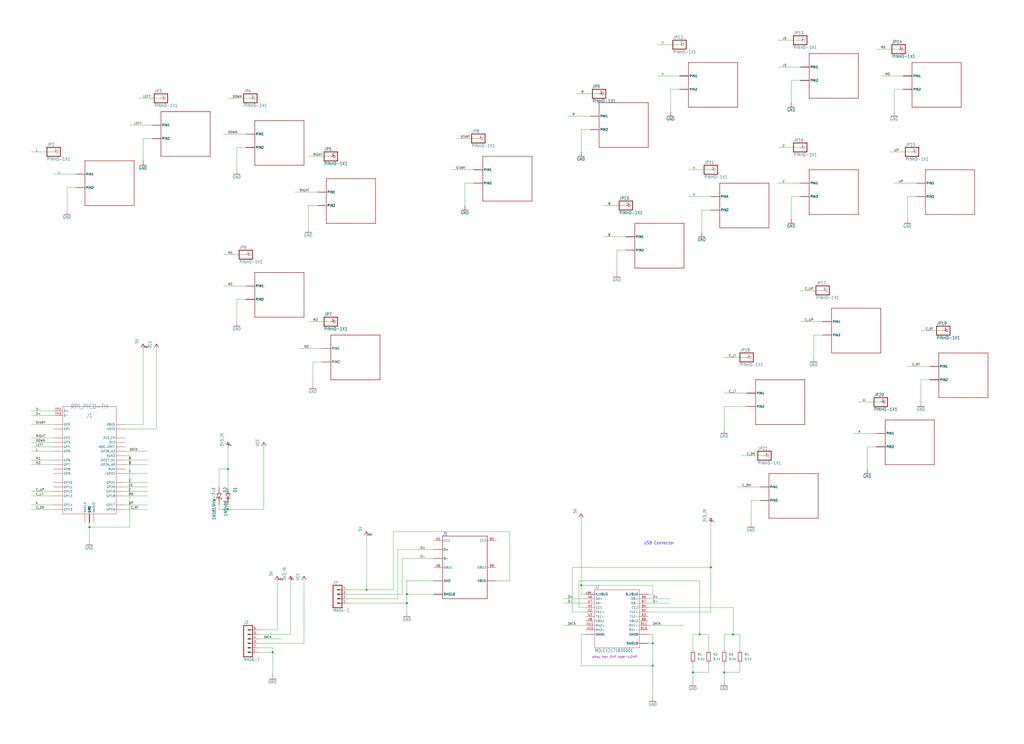
<source format=kicad_sch>
(kicad_sch (version 20211123) (generator eeschema)
  (paper "User" 581.787 422.885)
  (lib_symbols
    (symbol "Device:R" (pin_numbers hide) (pin_names (offset 0))
      (property "Reference" "R" (at 2.032 0 90))
      (property "Value" "R" (at 0 0 90))
      (symbol "R_1_1"
        (pin passive line (at 0 3.81 270) (length 1.27) (name "~") (number "1"))
        (pin passive line (at 0 -3.81 90) (length 1.27) (name "~") (number "2"))
      )
    )
    (symbol "OF1 v1-eagle-import:+5V" (power)
      (property "Value" "+5V" (at -2.54 -5.08 90))
      (symbol "+5V_1_0"
        (pin power_in line (at 0 -2.54 90) (length 2.54) (name "+5V") (number "1"))
      )
    )
    (symbol "OF1 v1-eagle-import:1N5400"
      (property "Reference" "D" (at 2.54 0.4826 0))
      (property "Value" "1N5400" (at 2.54 -2.3114 0))
      (symbol "1N5400_1_0"
        (text "SpiceOrder 1" (at -2.54 0 0) (effects (font (size 0.4064 0.3454))))
        (text "SpiceOrder 2" (at 2.54 0 0) (effects (font (size 0.4064 0.3454))))
        (pin passive line (at -2.54 0 0) (length 0) (name "A") (number "A"))
        (pin passive line (at 2.54 0 180) (length 0) (name "C") (number "C"))
      )
    )
    (symbol "OF1 v1-eagle-import:1N5819HW-7-F"
      (property "Reference" "D" (at -5.08 2.54 0))
      (property "Value" "1N5819HW-7-F" (at -5.08 -3.81 0))
      (symbol "1N5819HW-7-F_1_0"
        (pin passive line (at -5.08 0 0) (length 2.54) (name "A") (number "A"))
        (pin passive line (at 5.08 0 180) (length 2.54) (name "K") (number "C"))
      )
    )
    (symbol "OF1 v1-eagle-import:GND" (power)
      (property "Value" "GND" (at -2.54 -2.54 0))
      (symbol "GND_1_0"
        (pin power_in line (at 0 2.54 270) (length 2.54) (name "GND") (number "1"))
      )
    )
    (symbol "OF1 v1-eagle-import:GT-USB-7010ASV"
      (symbol "GT-USB-7010ASV_1_0"
        (pin bidirectional line (at -10.16 -12.7 0) (length 5.08) (name "GND") (number "A1/B12"))
        (pin bidirectional line (at 25.4 -12.7 180) (length 5.08) (name "VBUS") (number "A4/B9"))
        (pin bidirectional line (at -10.16 10.16 0) (length 5.08) (name "CC1") (number "A5"))
        (pin bidirectional line (at -10.16 5.08 0) (length 5.08) (name "D+") (number "A6"))
        (pin bidirectional line (at -10.16 0 0) (length 5.08) (name "D-") (number "A7"))
        (pin bidirectional line (at -10.16 -5.08 0) (length 5.08) (name "SBU1") (number "A8"))
        (pin bidirectional line (at -10.16 -12.7 0) (length 5.08) (name "GND") (number "B1/A12"))
        (pin bidirectional line (at 25.4 -12.7 180) (length 5.08) (name "VBUS") (number "B4/A9"))
        (pin bidirectional line (at 25.4 10.16 180) (length 5.08) (name "CC2") (number "B5"))
        (pin bidirectional line (at -10.16 5.08 0) (length 5.08) (name "D+") (number "B6"))
        (pin bidirectional line (at -10.16 0 0) (length 5.08) (name "D-") (number "B7"))
        (pin bidirectional line (at 25.4 -5.08 180) (length 5.08) (name "SBU2") (number "B8"))
        (pin bidirectional line (at -10.16 -20.32 0) (length 5.08) (name "SHIELD") (number "SHIELD1"))
        (pin bidirectional line (at -10.16 -20.32 0) (length 5.08) (name "SHIELD") (number "SHIELD2"))
        (pin bidirectional line (at -10.16 -20.32 0) (length 5.08) (name "SHIELD") (number "SHIELD3"))
        (pin bidirectional line (at -10.16 -20.32 0) (length 5.08) (name "SHIELD") (number "SHIELD4"))
      )
    )
    (symbol "OF1 v1-eagle-import:MA04-1"
      (property "Reference" "SV" (at -1.27 5.842 0))
      (property "Value" "MA04-1" (at -1.27 -10.16 0))
      (symbol "MA04-1_1_0"
        (pin passive line (at 7.62 -5.08 180) (length 5.08) (name "1") (number "1"))
        (pin passive line (at 7.62 -2.54 180) (length 5.08) (name "2") (number "2"))
        (pin passive line (at 7.62 0 180) (length 5.08) (name "3") (number "3"))
        (pin passive line (at 7.62 2.54 180) (length 5.08) (name "4") (number "4"))
      )
    )
    (symbol "OF1 v1-eagle-import:MA06-1"
      (property "Reference" "SV" (at -1.27 8.382 0))
      (property "Value" "MA06-1" (at -1.27 -12.7 0))
      (symbol "MA06-1_1_0"
        (pin passive line (at 7.62 -7.62 180) (length 5.08) (name "1") (number "1"))
        (pin passive line (at 7.62 -5.08 180) (length 5.08) (name "2") (number "2"))
        (pin passive line (at 7.62 -2.54 180) (length 5.08) (name "3") (number "3"))
        (pin passive line (at 7.62 0 180) (length 5.08) (name "4") (number "4"))
        (pin passive line (at 7.62 2.54 180) (length 5.08) (name "5") (number "5"))
        (pin passive line (at 7.62 5.08 180) (length 5.08) (name "6") (number "6"))
      )
    )
    (symbol "OF1 v1-eagle-import:MOLEX2171830001"
      (property "Value" "MOLEX2171830001" (at -12.7103 -20.3344 0))
      (symbol "MOLEX2171830001_1_0"
        (pin passive line (at -17.78 -10.16 0) (length 5.08) (name "GNDA") (number "A1"))
        (pin passive line (at -17.78 -7.62 0) (length 5.08) (name "RX2-") (number "A10"))
        (pin passive line (at -17.78 -5.08 0) (length 5.08) (name "RX2+") (number "A11"))
        (pin passive line (at -17.78 -10.16 0) (length 5.08) (name "GNDA") (number "A12"))
        (pin passive line (at -17.78 2.54 0) (length 5.08) (name "TX1+") (number "A2"))
        (pin passive line (at -17.78 0 0) (length 5.08) (name "TX1-") (number "A3"))
        (pin passive line (at -17.78 12.7 0) (length 5.08) (name "A_VBUS") (number "A4"))
        (pin passive line (at -17.78 5.08 0) (length 5.08) (name "CC1") (number "A5"))
        (pin passive line (at -17.78 10.16 0) (length 5.08) (name "DA+") (number "A6"))
        (pin passive line (at -17.78 7.62 0) (length 5.08) (name "DA-") (number "A7"))
        (pin passive line (at -17.78 -2.54 0) (length 5.08) (name "SBU1") (number "A8"))
        (pin passive line (at -17.78 12.7 0) (length 5.08) (name "A_VBUS") (number "A9"))
        (pin passive line (at 17.78 -10.16 180) (length 5.08) (name "GNDB") (number "B1"))
        (pin passive line (at 17.78 -7.62 180) (length 5.08) (name "RX1-") (number "B10"))
        (pin passive line (at 17.78 -5.08 180) (length 5.08) (name "RX1+") (number "B11"))
        (pin passive line (at 17.78 -10.16 180) (length 5.08) (name "GNDB") (number "B12"))
        (pin passive line (at 17.78 2.54 180) (length 5.08) (name "TX2+") (number "B2"))
        (pin passive line (at 17.78 0 180) (length 5.08) (name "TX2-") (number "B3"))
        (pin passive line (at 17.78 12.7 180) (length 5.08) (name "B_VBUS") (number "B4"))
        (pin passive line (at 17.78 5.08 180) (length 5.08) (name "CC2") (number "B5"))
        (pin passive line (at 17.78 10.16 180) (length 5.08) (name "DB+") (number "B6"))
        (pin passive line (at 17.78 7.62 180) (length 5.08) (name "DB-") (number "B7"))
        (pin passive line (at 17.78 -2.54 180) (length 5.08) (name "SBU2") (number "B8"))
        (pin passive line (at 17.78 12.7 180) (length 5.08) (name "B_VBUS") (number "B9"))
        (pin passive line (at 17.78 -15.24 180) (length 5.08) (name "SHIELD") (number "SHIELD1"))
        (pin passive line (at 17.78 -15.24 180) (length 5.08) (name "SHIELD") (number "SHIELD2"))
        (pin passive line (at 17.78 -15.24 180) (length 5.08) (name "SHIELD") (number "SHIELD3"))
        (pin passive line (at 17.78 -15.24 180) (length 5.08) (name "SHIELD") (number "SHIELD4"))
      )
    )
    (symbol "OF1 v1-eagle-import:MX-B"
      (symbol "MX-B_1_0"
        (pin bidirectional line (at -83.82 7.62 0) (length 5.08) (name "PIN2") (number "P$1"))
        (pin bidirectional line (at -83.82 15.24 0) (length 5.08) (name "PIN1") (number "P$2"))
        (pin bidirectional line (at -83.82 15.24 0) (length 5.08) (name "PIN1") (number "P$3"))
        (pin bidirectional line (at -83.82 7.62 0) (length 5.08) (name "PIN2") (number "P$4"))
      )
    )
    (symbol "OF1 v1-eagle-import:PINHD-1X1"
      (property "Reference" "JP" (at -6.35 3.175 0))
      (property "Value" "PINHD-1X1" (at -6.35 -5.08 0))
      (symbol "PINHD-1X1_1_0"
        (pin passive inverted (at -2.54 0 0) (length 2.54) (name "1") (number "1"))
      )
    )
    (symbol "OF1 v1-eagle-import:RPI_PICO-TH"
      (property "Value" "RPI_PICO-TH" (at 0 43.18 0))
      (symbol "RPI_PICO-TH_1_0"
        (pin bidirectional line (at 20.32 15.24 180) (length 5.08) (name "3V3") (number "3V3"))
        (pin bidirectional line (at 20.32 17.78 180) (length 5.08) (name "3V3_EN") (number "3V3_EN"))
        (pin bidirectional line (at 20.32 12.7 180) (length 5.08) (name "ADC_VREF") (number "ADC_VREF"))
        (pin bidirectional line (at 20.32 7.62 180) (length 5.08) (name "AGND") (number "AGND"))
        (pin bidirectional line (at 0 -30.48 90) (length 5.08) (name "GND") (number "GND@1"))
        (pin bidirectional line (at 0 -30.48 90) (length 5.08) (name "GND") (number "GND@2"))
        (pin bidirectional line (at 0 -30.48 90) (length 5.08) (name "GND") (number "GND@3"))
        (pin bidirectional line (at 0 -30.48 90) (length 5.08) (name "GND") (number "GND@4"))
        (pin bidirectional line (at 0 -30.48 90) (length 5.08) (name "GND") (number "GND@5"))
        (pin bidirectional line (at 0 -30.48 90) (length 5.08) (name "GND") (number "GND@6"))
        (pin bidirectional line (at 0 -30.48 90) (length 5.08) (name "GND") (number "GND@7"))
        (pin bidirectional line (at 0 -30.48 90) (length 5.08) (name "GND") (number "GND@8"))
        (pin bidirectional line (at -20.32 25.4 0) (length 5.08) (name "GP0") (number "GP0"))
        (pin bidirectional line (at -20.32 22.86 0) (length 5.08) (name "GP1") (number "GP1"))
        (pin bidirectional line (at -20.32 -7.62 0) (length 5.08) (name "GP10") (number "GP10"))
        (pin bidirectional line (at -20.32 -10.16 0) (length 5.08) (name "GP11") (number "GP11"))
        (pin bidirectional line (at -20.32 -12.7 0) (length 5.08) (name "GP12") (number "GP12"))
        (pin bidirectional line (at -20.32 -15.24 0) (length 5.08) (name "GP13") (number "GP13"))
        (pin bidirectional line (at -20.32 -20.32 0) (length 5.08) (name "GP14") (number "GP14"))
        (pin bidirectional line (at -20.32 -22.86 0) (length 5.08) (name "GP15") (number "GP15"))
        (pin bidirectional line (at 20.32 -22.86 180) (length 5.08) (name "GP16") (number "GP16"))
        (pin bidirectional line (at 20.32 -20.32 180) (length 5.08) (name "GP17") (number "GP17"))
        (pin bidirectional line (at 20.32 -15.24 180) (length 5.08) (name "GP18") (number "GP18"))
        (pin bidirectional line (at 20.32 -12.7 180) (length 5.08) (name "GP19") (number "GP19"))
        (pin bidirectional line (at -20.32 17.78 0) (length 5.08) (name "GP2") (number "GP2"))
        (pin bidirectional line (at 20.32 -10.16 180) (length 5.08) (name "GP20") (number "GP20"))
        (pin bidirectional line (at 20.32 -7.62 180) (length 5.08) (name "GP21") (number "GP21"))
        (pin bidirectional line (at 20.32 -2.54 180) (length 5.08) (name "GP22") (number "GP22"))
        (pin bidirectional line (at 20.32 2.54 180) (length 5.08) (name "GP26_A0") (number "GP26_A0"))
        (pin bidirectional line (at 20.32 5.08 180) (length 5.08) (name "GP27_A1") (number "GP27_A1"))
        (pin bidirectional line (at 20.32 10.16 180) (length 5.08) (name "GP28_A2") (number "GP28_A2"))
        (pin bidirectional line (at -20.32 15.24 0) (length 5.08) (name "GP3") (number "GP3"))
        (pin bidirectional line (at -20.32 12.7 0) (length 5.08) (name "GP4") (number "GP4"))
        (pin bidirectional line (at -20.32 10.16 0) (length 5.08) (name "GP5") (number "GP5"))
        (pin bidirectional line (at -20.32 5.08 0) (length 5.08) (name "GP6") (number "GP6"))
        (pin bidirectional line (at -20.32 2.54 0) (length 5.08) (name "GP7") (number "GP7"))
        (pin bidirectional line (at -20.32 0 0) (length 5.08) (name "GP8") (number "GP8"))
        (pin bidirectional line (at -20.32 -2.54 0) (length 5.08) (name "GP9") (number "GP9"))
        (pin bidirectional line (at 20.32 0 180) (length 5.08) (name "RUN") (number "RUN"))
        (pin bidirectional line (at -2.54 -30.48 90) (length 5.08) (name "SWCLK") (number "SWCLK"))
        (pin bidirectional line (at 2.54 -30.48 90) (length 5.08) (name "SWDIO") (number "SWDIO"))
        (pin bidirectional line (at -20.32 33.02 0) (length 5.08) (name "D+") (number "TP2"))
        (pin bidirectional line (at -20.32 30.48 0) (length 5.08) (name "D-") (number "TP3"))
        (pin bidirectional line (at 20.32 25.4 180) (length 5.08) (name "VBUS") (number "VBUS"))
        (pin bidirectional line (at 20.32 22.86 180) (length 5.08) (name "VSYS") (number "VSYS"))
      )
    )
    (symbol "OF1 v1-eagle-import:V+" (power)
      (property "Value" "V+" (at -2.54 -2.54 90))
      (symbol "V+_1_0"
        (pin power_in line (at 0 -2.54 90) (length 2.54) (name "V+") (number "1"))
      )
    )
    (symbol "OF1 v1-eagle-import:VCC" (power)
      (property "Value" "VCC" (at -2.54 -2.54 90))
      (symbol "VCC_1_0"
        (pin power_in line (at 0 -2.54 90) (length 2.54) (name "VCC") (number "1"))
      )
    )
  )
  (junction (at 403.86 322.58))
  (junction (at 231.14 337.82))
  (junction (at 370.84 378.46))
  (junction (at 129.54 266.7))
  (junction (at 129.54 289.56))
  (junction (at 330.2 332.74))
  (junction (at 411.48 382.27))
  (junction (at 397.51 360.68))
  (junction (at 416.56 360.68))
  (junction (at 393.7 382.27))
  (junction (at 50.8 299.72))
  (junction (at 370.84 365.76))
  (junction (at 154.94 370.84))
  (junction (at 208.28 335.28))
  (junction (at 231.14 342.9))
  (wire (pts (xy 370.84 360.68) (xy 370.84 365.76)))
  (wire (pts (xy 454.66 104.14) (xy 441.96 104.14)))
  (wire (pts (xy 513.08 50.8) (xy 508 50.8)))
  (wire (pts (xy 81.28 78.74) (xy 81.28 91.44)))
  (wire (pts (xy 325.12 347.98) (xy 332.74 347.98)))
  (wire (pts (xy 182.88 205.74) (xy 177.8 205.74)))
  (wire (pts (xy 139.7 170.18) (xy 134.62 170.18)))
  (wire (pts (xy 246.38 337.82) (xy 231.14 337.82)))
  (wire (pts (xy 355.6 116.84) (xy 342.9 116.84)))
  (wire (pts (xy 520.7 111.76) (xy 515.62 111.76)))
  (wire (pts (xy 38.1 106.68) (xy 38.1 119.38)))
  (wire (pts (xy 424.18 231.14) (xy 411.48 231.14)))
  (wire (pts (xy 223.52 302.26) (xy 289.56 302.26)))
  (wire (pts (xy 370.84 332.74) (xy 370.84 337.82)))
  (wire (pts (xy 449.58 45.72) (xy 449.58 58.42)))
  (wire (pts (xy 420.37 377.19) (xy 420.37 382.27)))
  (wire (pts (xy 231.14 330.2) (xy 246.38 330.2)))
  (wire (pts (xy 454.66 111.76) (xy 449.58 111.76)))
  (wire (pts (xy 154.94 370.84) (xy 154.94 383.54)))
  (wire (pts (xy 165.1 360.68) (xy 147.32 360.68)))
  (wire (pts (xy 370.84 337.82) (xy 368.3 337.82)))
  (wire (pts (xy 416.56 360.68) (xy 420.37 360.68)))
  (wire (pts (xy 320.04 340.36) (xy 332.74 340.36)))
  (wire (pts (xy 289.56 302.26) (xy 289.56 330.2)))
  (wire (pts (xy 328.93 330.2) (xy 397.51 330.2)))
  (wire (pts (xy 182.88 198.12) (xy 170.18 198.12)))
  (wire (pts (xy 129.54 289.56) (xy 124.46 289.56)))
  (wire (pts (xy 289.56 330.2) (xy 281.94 330.2)))
  (wire (pts (xy 147.32 363.22) (xy 160.02 363.22)))
  (wire (pts (xy 411.48 360.68) (xy 416.56 360.68)))
  (wire (pts (xy 368.3 340.36) (xy 381 340.36)))
  (wire (pts (xy 142.24 55.88) (xy 129.54 55.88)))
  (wire (pts (xy 332.74 345.44) (xy 328.93 345.44)))
  (wire (pts (xy 403.86 119.38) (xy 398.78 119.38)))
  (wire (pts (xy 43.18 99.06) (xy 30.48 99.06)))
  (wire (pts (xy 154.94 368.3) (xy 154.94 370.84)))
  (wire (pts (xy 30.48 281.94) (xy 17.78 281.94)))
  (wire (pts (xy 368.3 342.9) (xy 381 342.9)))
  (wire (pts (xy 492.76 254) (xy 492.76 266.7)))
  (wire (pts (xy 269.24 104.14) (xy 264.16 104.14)))
  (wire (pts (xy 403.86 297.18) (xy 403.86 322.58)))
  (wire (pts (xy 175.26 116.84) (xy 175.26 129.54)))
  (wire (pts (xy 350.52 142.24) (xy 350.52 154.94)))
  (wire (pts (xy 398.78 119.38) (xy 398.78 132.08)))
  (wire (pts (xy 30.48 248.92) (xy 17.78 248.92)))
  (wire (pts (xy 228.6 317.5) (xy 246.38 317.5)))
  (wire (pts (xy 177.8 205.74) (xy 177.8 218.44)))
  (wire (pts (xy 30.48 251.46) (xy 17.78 251.46)))
  (wire (pts (xy 424.18 203.2) (xy 411.48 203.2)))
  (wire (pts (xy 420.37 360.68) (xy 420.37 369.57)))
  (wire (pts (xy 402.59 377.19) (xy 402.59 382.27)))
  (wire (pts (xy 381 50.8) (xy 381 63.5)))
  (wire (pts (xy 454.66 45.72) (xy 449.58 45.72)))
  (wire (pts (xy 226.06 340.36) (xy 198.12 340.36)))
  (wire (pts (xy 467.36 165.1) (xy 454.66 165.1)))
  (wire (pts (xy 83.82 276.86) (xy 71.12 276.86)))
  (wire (pts (xy 397.51 330.2) (xy 397.51 360.68)))
  (wire (pts (xy 497.84 246.38) (xy 485.14 246.38)))
  (wire (pts (xy 403.86 111.76) (xy 391.16 111.76)))
  (wire (pts (xy 355.6 134.62) (xy 342.9 134.62)))
  (wire (pts (xy 81.28 198.12) (xy 81.28 241.3)))
  (wire (pts (xy 124.46 289.56) (xy 124.46 287.02)))
  (wire (pts (xy 180.34 109.22) (xy 167.64 109.22)))
  (wire (pts (xy 320.04 342.9) (xy 332.74 342.9)))
  (wire (pts (xy 73.66 259.08) (xy 73.66 299.72)))
  (wire (pts (xy 134.62 170.18) (xy 134.62 182.88)))
  (wire (pts (xy 50.8 297.18) (xy 50.8 299.72)))
  (wire (pts (xy 208.28 335.28) (xy 223.52 335.28)))
  (wire (pts (xy 165.1 330.2) (xy 165.1 360.68)))
  (wire (pts (xy 426.72 284.48) (xy 426.72 297.18)))
  (wire (pts (xy 88.9 243.84) (xy 71.12 243.84)))
  (wire (pts (xy 325.12 322.58) (xy 325.12 347.98)))
  (wire (pts (xy 50.8 299.72) (xy 50.8 307.34)))
  (wire (pts (xy 124.46 266.7) (xy 124.46 276.86)))
  (wire (pts (xy 449.58 111.76) (xy 449.58 124.46)))
  (wire (pts (xy 431.8 284.48) (xy 426.72 284.48)))
  (wire (pts (xy 30.48 241.3) (xy 17.78 241.3)))
  (wire (pts (xy 86.36 78.74) (xy 81.28 78.74)))
  (wire (pts (xy 402.59 382.27) (xy 393.7 382.27)))
  (wire (pts (xy 355.6 142.24) (xy 350.52 142.24)))
  (wire (pts (xy 147.32 370.84) (xy 154.94 370.84)))
  (wire (pts (xy 226.06 312.42) (xy 246.38 312.42)))
  (wire (pts (xy 515.62 111.76) (xy 515.62 124.46)))
  (wire (pts (xy 518.16 86.36) (xy 505.46 86.36)))
  (wire (pts (xy 411.48 360.68) (xy 411.48 369.57)))
  (wire (pts (xy 332.74 360.68) (xy 330.2 360.68)))
  (wire (pts (xy 271.78 78.74) (xy 259.08 78.74)))
  (wire (pts (xy 172.72 330.2) (xy 172.72 365.76)))
  (wire (pts (xy 83.82 279.4) (xy 71.12 279.4)))
  (wire (pts (xy 30.48 287.02) (xy 17.78 287.02)))
  (wire (pts (xy 228.6 337.82) (xy 198.12 337.82)))
  (wire (pts (xy 187.96 182.88) (xy 175.26 182.88)))
  (wire (pts (xy 129.54 266.7) (xy 129.54 279.4)))
  (wire (pts (xy 83.82 274.32) (xy 71.12 274.32)))
  (wire (pts (xy 411.48 377.19) (xy 411.48 382.27)))
  (wire (pts (xy 510.54 27.94) (xy 497.84 27.94)))
  (wire (pts (xy 330.2 294.64) (xy 330.2 332.74)))
  (wire (pts (xy 454.66 83.82) (xy 441.96 83.82)))
  (wire (pts (xy 528.32 208.28) (xy 515.62 208.28)))
  (wire (pts (xy 226.06 340.36) (xy 226.06 312.42)))
  (wire (pts (xy 420.37 382.27) (xy 411.48 382.27)))
  (wire (pts (xy 30.48 289.56) (xy 17.78 289.56)))
  (wire (pts (xy 231.14 342.9) (xy 198.12 342.9)))
  (wire (pts (xy 88.9 198.12) (xy 88.9 243.84)))
  (wire (pts (xy 83.82 261.62) (xy 71.12 261.62)))
  (wire (pts (xy 30.48 86.36) (xy 17.78 86.36)))
  (wire (pts (xy 368.3 355.6) (xy 388.62 355.6)))
  (wire (pts (xy 71.12 259.08) (xy 73.66 259.08)))
  (wire (pts (xy 424.18 223.52) (xy 411.48 223.52)))
  (wire (pts (xy 386.08 25.4) (xy 373.38 25.4)))
  (wire (pts (xy 71.12 256.54) (xy 83.82 256.54)))
  (wire (pts (xy 91.44 55.88) (xy 78.74 55.88)))
  (wire (pts (xy 157.48 358.14) (xy 147.32 358.14)))
  (wire (pts (xy 340.36 53.34) (xy 327.66 53.34)))
  (wire (pts (xy 332.74 337.82) (xy 330.2 337.82)))
  (wire (pts (xy 434.34 259.08) (xy 421.64 259.08)))
  (wire (pts (xy 139.7 162.56) (xy 127 162.56)))
  (wire (pts (xy 30.48 264.16) (xy 17.78 264.16)))
  (wire (pts (xy 368.3 365.76) (xy 370.84 365.76)))
  (wire (pts (xy 83.82 281.94) (xy 71.12 281.94)))
  (wire (pts (xy 411.48 382.27) (xy 411.48 387.35)))
  (wire (pts (xy 129.54 289.56) (xy 149.86 289.56)))
  (wire (pts (xy 129.54 254) (xy 129.54 266.7)))
  (wire (pts (xy 231.14 342.9) (xy 231.14 347.98)))
  (wire (pts (xy 83.82 269.24) (xy 71.12 269.24)))
  (wire (pts (xy 403.86 96.52) (xy 391.16 96.52)))
  (wire (pts (xy 386.08 50.8) (xy 381 50.8)))
  (wire (pts (xy 147.32 368.3) (xy 154.94 368.3)))
  (wire (pts (xy 335.28 73.66) (xy 330.2 73.66)))
  (wire (pts (xy 223.52 335.28) (xy 223.52 302.26)))
  (wire (pts (xy 467.36 190.5) (xy 462.28 190.5)))
  (wire (pts (xy 129.54 266.7) (xy 124.46 266.7)))
  (wire (pts (xy 30.48 236.22) (xy 17.78 236.22)))
  (wire (pts (xy 500.38 228.6) (xy 487.68 228.6)))
  (wire (pts (xy 330.2 332.74) (xy 370.84 332.74)))
  (wire (pts (xy 30.48 256.54) (xy 17.78 256.54)))
  (wire (pts (xy 264.16 104.14) (xy 264.16 116.84)))
  (wire (pts (xy 403.86 322.58) (xy 325.12 322.58)))
  (wire (pts (xy 403.86 322.58) (xy 403.86 347.98)))
  (wire (pts (xy 149.86 254) (xy 149.86 289.56)))
  (wire (pts (xy 228.6 317.5) (xy 228.6 337.82)))
  (wire (pts (xy 43.18 106.68) (xy 38.1 106.68)))
  (wire (pts (xy 83.82 264.16) (xy 71.12 264.16)))
  (wire (pts (xy 139.7 144.78) (xy 127 144.78)))
  (wire (pts (xy 157.48 330.2) (xy 157.48 358.14)))
  (wire (pts (xy 172.72 365.76) (xy 147.32 365.76)))
  (wire (pts (xy 139.7 83.82) (xy 134.62 83.82)))
  (wire (pts (xy 508 50.8) (xy 508 63.5)))
  (wire (pts (xy 393.7 360.68) (xy 397.51 360.68)))
  (wire (pts (xy 431.8 276.86) (xy 419.1 276.86)))
  (wire (pts (xy 454.66 38.1) (xy 441.96 38.1)))
  (wire (pts (xy 416.56 345.44) (xy 416.56 360.68)))
  (wire (pts (xy 402.59 360.68) (xy 402.59 369.57)))
  (wire (pts (xy 83.82 287.02) (xy 71.12 287.02)))
  (wire (pts (xy 368.3 360.68) (xy 370.84 360.68)))
  (wire (pts (xy 523.24 215.9) (xy 523.24 228.6)))
  (wire (pts (xy 30.48 233.68) (xy 17.78 233.68)))
  (wire (pts (xy 330.2 360.68) (xy 330.2 378.46)))
  (wire (pts (xy 139.7 76.2) (xy 127 76.2)))
  (wire (pts (xy 370.84 365.76) (xy 370.84 378.46)))
  (wire (pts (xy 462.28 190.5) (xy 462.28 203.2)))
  (wire (pts (xy 528.32 215.9) (xy 523.24 215.9)))
  (wire (pts (xy 30.48 279.4) (xy 17.78 279.4)))
  (wire (pts (xy 81.28 241.3) (xy 71.12 241.3)))
  (wire (pts (xy 231.14 330.2) (xy 231.14 337.82)))
  (wire (pts (xy 129.54 284.48) (xy 129.54 289.56)))
  (wire (pts (xy 467.36 182.88) (xy 454.66 182.88)))
  (wire (pts (xy 269.24 96.52) (xy 256.54 96.52)))
  (wire (pts (xy 535.94 187.96) (xy 523.24 187.96)))
  (wire (pts (xy 393.7 377.19) (xy 393.7 382.27)))
  (wire (pts (xy 208.28 304.8) (xy 208.28 335.28)))
  (wire (pts (xy 71.12 289.56) (xy 83.82 289.56)))
  (wire (pts (xy 208.28 335.28) (xy 198.12 335.28)))
  (wire (pts (xy 403.86 347.98) (xy 368.3 347.98)))
  (wire (pts (xy 520.7 104.14) (xy 508 104.14)))
  (wire (pts (xy 320.04 355.6) (xy 332.74 355.6)))
  (wire (pts (xy 411.48 231.14) (xy 411.48 243.84)))
  (wire (pts (xy 231.14 337.82) (xy 231.14 342.9)))
  (wire (pts (xy 134.62 83.82) (xy 134.62 96.52)))
  (wire (pts (xy 368.3 345.44) (xy 416.56 345.44)))
  (wire (pts (xy 86.36 71.12) (xy 73.66 71.12)))
  (wire (pts (xy 397.51 360.68) (xy 402.59 360.68)))
  (wire (pts (xy 330.2 337.82) (xy 330.2 332.74)))
  (wire (pts (xy 335.28 66.04) (xy 322.58 66.04)))
  (wire (pts (xy 187.96 88.9) (xy 175.26 88.9)))
  (wire (pts (xy 370.84 378.46) (xy 370.84 396.24)))
  (wire (pts (xy 30.48 261.62) (xy 17.78 261.62)))
  (wire (pts (xy 393.7 360.68) (xy 393.7 369.57)))
  (wire (pts (xy 513.08 43.18) (xy 500.38 43.18)))
  (wire (pts (xy 454.66 22.86) (xy 441.96 22.86)))
  (wire (pts (xy 497.84 254) (xy 492.76 254)))
  (wire (pts (xy 180.34 116.84) (xy 175.26 116.84)))
  (wire (pts (xy 330.2 73.66) (xy 330.2 86.36)))
  (wire (pts (xy 393.7 382.27) (xy 393.7 387.35)))
  (wire (pts (xy 73.66 299.72) (xy 50.8 299.72)))
  (wire (pts (xy 330.2 378.46) (xy 370.84 378.46)))
  (wire (pts (xy 328.93 345.44) (xy 328.93 330.2)))
  (wire (pts (xy 30.48 254) (xy 17.78 254)))
  (wire (pts (xy 386.08 43.18) (xy 373.38 43.18)))
  (text "J5" (at 251.46 304.8 180) (effects (font (size 1.778 1.5113)) (justify left bottom)))
  (text "USB Connector" (at 365.76 309.88 180) (effects (font (size 1.778 1.5113)) (justify left bottom)))
  (label "LEFT" (at 20.32 254 0) (effects (font (size 1.2446 1.2446))))
  (label "START" (at 261.62 78.74 0) (effects (font (size 1.2446 1.2446))))
  (label "R" (at 73.025 261.62 0) (effects (font (size 1.2446 1.2446))))
  (label "START" (at 20.32 241.3 0) (effects (font (size 1.2446 1.2446))))
  (label "D+" (at 322.58 340.36 0) (effects (font (size 1.2446 1.2446))))
  (label "M2" (at 172.72 198.12 0) (effects (font (size 1.2446 1.2446))))
  (label "LEFT" (at 76.2 71.12 0) (effects (font (size 1.2446 1.2446))))
  (label "C_DN" (at 424.18 259.08 0) (effects (font (size 1.2446 1.2446))))
  (label "C_UP" (at 457.2 182.88 0) (effects (font (size 1.2446 1.2446))))
  (label "DOWN" (at 20.32 251.46 0) (effects (font (size 1.2446 1.2446))))
  (label "DOWN" (at 129.54 76.2 0) (effects (font (size 1.2446 1.2446))))
  (label "L" (at 20.32 86.36 0) (effects (font (size 1.2446 1.2446))))
  (label "D-" (at 322.58 342.9 0) (effects (font (size 1.2446 1.2446))))
  (label "B" (at 345.44 134.62 0) (effects (font (size 1.2446 1.2446))))
  (label "DATA" (at 149.86 363.22 0) (effects (font (size 1.2446 1.2446))))
  (label "M2" (at 20.32 264.16 0) (effects (font (size 1.2446 1.2446))))
  (label "+5V" (at 81.28 198.12 0) (effects (font (size 1.016 1.016))))
  (label "Y" (at 375.92 25.4 0) (effects (font (size 1.2446 1.2446))))
  (label "DATA" (at 370.84 355.6 0) (effects (font (size 1.2446 1.2446))))
  (label "C_LT" (at 414.02 223.52 0) (effects (font (size 1.2446 1.2446))))
  (label "M1" (at 20.32 261.62 0) (effects (font (size 1.2446 1.2446))))
  (label "B" (at 73.025 264.16 0) (effects (font (size 1.2446 1.2446))))
  (label "D-" (at 238.76 317.5 0) (effects (font (size 1.2446 1.2446))))
  (label "C_LT" (at 20.32 281.94 0) (effects (font (size 1.2446 1.2446))))
  (label "X" (at 73.025 274.32 0) (effects (font (size 1.2446 1.2446))))
  (label "MS" (at 73.025 281.94 0) (effects (font (size 1.2446 1.2446))))
  (label "Z" (at 73.025 279.4 0) (effects (font (size 1.2446 1.2446))))
  (label "C_UP" (at 20.32 279.4 0) (effects (font (size 1.2446 1.2446))))
  (label "DATA" (at 322.58 355.6 0) (effects (font (size 1.2446 1.2446))))
  (label "+5V" (at 332.74 337.82 0) (effects (font (size 1.016 1.016))))
  (label "UP" (at 510.54 104.14 0) (effects (font (size 1.2446 1.2446))))
  (label "X" (at 393.7 111.76 0) (effects (font (size 1.2446 1.2446))))
  (label "D+" (at 238.76 312.42 0) (effects (font (size 1.2446 1.2446))))
  (label "M1" (at 129.54 144.78 0) (effects (font (size 1.2446 1.2446))))
  (label "X" (at 393.7 96.52 0) (effects (font (size 1.2446 1.2446))))
  (label "R" (at 330.2 53.34 0) (effects (font (size 1.2446 1.2446))))
  (label "A" (at 20.32 287.02 0) (effects (font (size 1.2446 1.2446))))
  (label "LEFT" (at 81.28 55.88 0) (effects (font (size 1.2446 1.2446))))
  (label "M1" (at 129.54 162.56 0) (effects (font (size 1.2446 1.2446))))
  (label "C_RT" (at 518.16 208.28 0) (effects (font (size 1.2446 1.2446))))
  (label "LS" (at 73.025 276.86 0) (effects (font (size 1.2446 1.2446))))
  (label "+5V" (at 157.48 330.2 0) (effects (font (size 1.016 1.016))))
  (label "D-" (at 370.84 342.9 0) (effects (font (size 1.2446 1.2446))))
  (label "LS" (at 444.5 38.1 0) (effects (font (size 1.2446 1.2446))))
  (label "D+" (at 370.84 340.36 0) (effects (font (size 1.2446 1.2446))))
  (label "C_UP" (at 457.2 165.1 0) (effects (font (size 1.2446 1.2446))))
  (label "R" (at 325.12 66.04 0) (effects (font (size 1.2446 1.2446))))
  (label "C_DN" (at 20.32 289.56 0) (effects (font (size 1.2446 1.2446))))
  (label "Z" (at 444.5 83.82 0) (effects (font (size 1.2446 1.2446))))
  (label "C_DN" (at 421.64 276.86 0) (effects (font (size 1.2446 1.2446))))
  (label "C_RT" (at 525.78 187.96 0) (effects (font (size 1.2446 1.2446))))
  (label "Y" (at 73.025 269.24 0) (effects (font (size 1.2446 1.2446))))
  (label "DOWN" (at 132.08 55.88 0) (effects (font (size 1.2446 1.2446))))
  (label "RIGHT" (at 170.18 109.22 0) (effects (font (size 1.2446 1.2446))))
  (label "V+" (at 165.1 330.2 0) (effects (font (size 1.016 1.016))))
  (label "RIGHT" (at 177.8 88.9 0) (effects (font (size 1.2446 1.2446))))
  (label "B" (at 345.44 116.84 0) (effects (font (size 1.2446 1.2446))))
  (label "L" (at 20.32 256.54 0) (effects (font (size 1.2446 1.2446))))
  (label "START" (at 259.08 96.52 0) (effects (font (size 1.2446 1.2446))))
  (label "V+" (at 129.54 254 0) (effects (font (size 1.016 1.016))))
  (label "A" (at 487.68 246.38 0) (effects (font (size 1.2446 1.2446))))
  (label "C_LT" (at 414.02 203.2 0) (effects (font (size 1.2446 1.2446))))
  (label "V+" (at 403.86 297.18 0) (effects (font (size 1.016 1.016))))
  (label "C_RT" (at 74.295 289.56 0) (effects (font (size 1.2446 1.2446))))
  (label "RIGHT" (at 20.32 248.92 0) (effects (font (size 1.2446 1.2446))))
  (label "Z" (at 444.5 104.14 0) (effects (font (size 1.2446 1.2446))))
  (label "L" (at 33.02 99.06 0) (effects (font (size 1.2446 1.2446))))
  (label "UP" (at 73.025 287.02 0) (effects (font (size 1.2446 1.2446))))
  (label "D+" (at 20.32 236.22 0) (effects (font (size 1.2446 1.2446))))
  (label "Y" (at 375.92 43.18 0) (effects (font (size 1.2446 1.2446))))
  (label "MS" (at 500.38 27.94 0) (effects (font (size 1.2446 1.2446))))
  (label "LS" (at 444.5 22.86 0) (effects (font (size 1.2446 1.2446))))
  (label "D-" (at 20.32 233.68 0) (effects (font (size 1.2446 1.2446))))
  (label "DATA" (at 73.66 256.54 0) (effects (font (size 1.2446 1.2446))))
  (label "+5V" (at 208.28 304.8 0) (effects (font (size 1.016 1.016))))
  (label "UP" (at 508 86.36 0) (effects (font (size 1.2446 1.2446))))
  (label "A" (at 490.22 228.6 0) (effects (font (size 1.2446 1.2446))))
  (label "M2" (at 177.8 182.88 0) (effects (font (size 1.2446 1.2446))))
  (label "MS" (at 502.92 43.18 0) (effects (font (size 1.2446 1.2446))))
  (symbol (lib_id "OF1 v1-eagle-import:V+") (at 129.54 251.46 0) (unit 1)
    (property "Reference" "#P+03" (effects hide))
    (property "Value" "3V3_IN" (at 127 254 90) (effects (font (size 1.778 1.5113)) (justify left bottom)))
    (property "Footprint" "OF1 v1:" (effects hide))
  )
  (symbol (lib_id "OF1 v1-eagle-import:PINHD-1X1") (at 142.24 144.78 0) (unit 1)
    (property "Reference" "JP6" (at 135.89 141.605 0) (effects (font (size 1.778 1.5113)) (justify left bottom)))
    (property "Value" "PINHD-1X1" (at 135.89 149.86 0) (effects (font (size 1.778 1.5113)) (justify left bottom)))
    (property "Footprint" "OF1 v1:1X01" (effects hide))
  )
  (symbol (lib_id "OF1 v1-eagle-import:1N5400") (at 129.54 281.94 270) (unit 1)
    (property "Reference" "D1" (at 132.5626 276.86 0) (effects (font (size 1.778 1.5113)) (justify left bottom)))
    (property "Value" "1N5400" (at 127.2286 284.48 0) (effects (font (size 1.778 1.5113)) (justify left bottom)))
    (property "Footprint" "OF1 v1:DO201-15" (effects hide))
  )
  (symbol (lib_id "OF1 v1-eagle-import:PINHD-1X1") (at 457.2 83.82 0) (unit 1)
    (property "Reference" "JP16" (at 450.85 80.645 0) (effects (font (size 1.778 1.5113)) (justify left bottom)))
    (property "Value" "PINHD-1X1" (at 450.85 88.9 0) (effects (font (size 1.778 1.5113)) (justify left bottom)))
    (property "Footprint" "OF1 v1:1X01" (effects hide))
  )
  (symbol (lib_id "OF1 v1-eagle-import:PINHD-1X1") (at 274.32 78.74 0) (unit 1)
    (property "Reference" "JP8" (at 267.97 75.565 0) (effects (font (size 1.778 1.5113)) (justify left bottom)))
    (property "Value" "PINHD-1X1" (at 267.97 83.82 0) (effects (font (size 1.778 1.5113)) (justify left bottom)))
    (property "Footprint" "OF1 v1:1X01" (effects hide))
  )
  (symbol (lib_id "OF1 v1-eagle-import:GND") (at 426.72 299.72 0) (unit 1)
    (property "Reference" "#GND028" (effects hide))
    (property "Value" "GND" (at 424.18 302.26 0) (effects (font (size 1.778 1.5113)) (justify left bottom)))
    (property "Footprint" "OF1 v1:" (effects hide))
  )
  (symbol (lib_id "Device:R") (at 411.48 373.38 0) (unit 1)
    (property "Reference" "R3" (at 414.02 372.1099 0) (effects (justify left)))
    (property "Value" "5.1k" (at 414.02 374.6499 0) (effects (justify left)))
    (property "Footprint" "Resistor_THT:R_Axial_DIN0207_L6.3mm_D2.5mm_P7.62mm_Horizontal" (effects hide))
  )
  (symbol (lib_id "OF1 v1-eagle-import:PINHD-1X1") (at 502.92 228.6 0) (unit 1)
    (property "Reference" "JP20" (at 496.57 225.425 0) (effects (font (size 1.778 1.5113)) (justify left bottom)))
    (property "Value" "PINHD-1X1" (at 496.57 233.68 0) (effects (font (size 1.778 1.5113)) (justify left bottom)))
    (property "Footprint" "OF1 v1:1X01" (effects hide))
  )
  (symbol (lib_id "OF1 v1-eagle-import:GND") (at 370.84 398.78 0) (mirror y) (unit 1)
    (property "Reference" "#GND034" (effects hide))
    (property "Value" "GND" (at 373.38 401.32 0) (effects (font (size 1.778 1.5113)) (justify left bottom)))
    (property "Footprint" "OF1 v1:" (effects hide))
  )
  (symbol (lib_id "OF1 v1-eagle-import:GND") (at 231.14 350.52 0) (mirror y) (unit 1)
    (property "Reference" "#GND02" (effects hide))
    (property "Value" "GND" (at 233.68 353.06 0) (effects (font (size 1.778 1.5113)) (justify left bottom)))
    (property "Footprint" "OF1 v1:" (effects hide))
  )
  (symbol (lib_id "OF1 v1-eagle-import:MX-B") (at 487.68 127 0) (unit 1)
    (property "Reference" "U$14" (effects hide))
    (property "Value" "MX-B" (effects hide))
    (property "Footprint" "OF1 v1:MX-BOTH" (effects hide))
  )
  (symbol (lib_id "OF1 v1-eagle-import:GND") (at 393.7 389.89 0) (unit 1)
    (property "Reference" "#GND0102" (effects hide))
    (property "Value" "GND" (at 391.16 392.43 0) (effects (font (size 1.778 1.5113)) (justify left bottom)))
    (property "Footprint" "OF1 v1:" (effects hide))
  )
  (symbol (lib_id "OF1 v1-eagle-import:MX-B") (at 223.52 91.44 0) (unit 1)
    (property "Reference" "U$4" (effects hide))
    (property "Value" "MX-B" (effects hide))
    (property "Footprint" "OF1 v1:MX-BOTH" (effects hide))
  )
  (symbol (lib_id "OF1 v1-eagle-import:VCC") (at 88.9 195.58 0) (unit 1)
    (property "Reference" "#P+08" (effects hide))
    (property "Value" "VCC" (at 86.36 198.12 90) (effects (font (size 1.778 1.5113)) (justify left bottom)))
    (property "Footprint" "OF1 v1:" (effects hide))
  )
  (symbol (lib_id "OF1 v1-eagle-import:MX-B") (at 581.66 261.62 0) (unit 1)
    (property "Reference" "U$20" (effects hide))
    (property "Value" "MX-B" (effects hide))
    (property "Footprint" "OF1 v1:MX-BOTH" (effects hide))
  )
  (symbol (lib_id "OF1 v1-eagle-import:GND") (at 50.8 309.88 0) (unit 1)
    (property "Reference" "#GND03" (effects hide))
    (property "Value" "GND" (at 48.26 312.42 0) (effects (font (size 1.778 1.5113)) (justify left bottom)))
    (property "Footprint" "OF1 v1:" (effects hide))
  )
  (symbol (lib_id "OF1 v1-eagle-import:GND") (at 350.52 157.48 0) (unit 1)
    (property "Reference" "#GND017" (effects hide))
    (property "Value" "GND" (at 347.98 160.02 0) (effects (font (size 1.778 1.5113)) (justify left bottom)))
    (property "Footprint" "OF1 v1:" (effects hide))
  )
  (symbol (lib_id "OF1 v1-eagle-import:GND") (at 134.62 99.06 0) (unit 1)
    (property "Reference" "#GND011" (effects hide))
    (property "Value" "GND" (at 132.08 101.6 0) (effects (font (size 1.778 1.5113)) (justify left bottom)))
    (property "Footprint" "OF1 v1:" (effects hide))
  )
  (symbol (lib_id "OF1 v1-eagle-import:PINHD-1X1") (at 342.9 53.34 0) (unit 1)
    (property "Reference" "JP9" (at 336.55 50.165 0) (effects (font (size 1.778 1.5113)) (justify left bottom)))
    (property "Value" "PINHD-1X1" (at 336.55 58.42 0) (effects (font (size 1.778 1.5113)) (justify left bottom)))
    (property "Footprint" "OF1 v1:1X01" (effects hide))
  )
  (symbol (lib_id "OF1 v1-eagle-import:VCC") (at 149.86 251.46 0) (unit 1)
    (property "Reference" "#P+05" (effects hide))
    (property "Value" "VCC" (at 147.32 254 90) (effects (font (size 1.778 1.5113)) (justify left bottom)))
    (property "Footprint" "OF1 v1:" (effects hide))
  )
  (symbol (lib_id "OF1 v1-eagle-import:MX-B") (at 266.7 213.36 0) (unit 1)
    (property "Reference" "U$7" (effects hide))
    (property "Value" "MX-B" (effects hide))
    (property "Footprint" "OF1 v1:MX-BOTH" (effects hide))
  )
  (symbol (lib_id "OF1 v1-eagle-import:GND") (at 264.16 119.38 0) (unit 1)
    (property "Reference" "#GND015" (effects hide))
    (property "Value" "GND" (at 261.62 121.92 0) (effects (font (size 1.778 1.5113)) (justify left bottom)))
    (property "Footprint" "OF1 v1:" (effects hide))
  )
  (symbol (lib_id "OF1 v1-eagle-import:MA04-1") (at 190.5 337.82 0) (unit 1)
    (property "Reference" "J4" (at 189.23 331.978 0) (effects (font (size 1.778 1.5113)) (justify left bottom)))
    (property "Value" "MA04-1" (at 189.23 347.98 0) (effects (font (size 1.778 1.5113)) (justify left bottom)))
    (property "Footprint" "OF1 v1:MA04-1" (effects hide))
  )
  (symbol (lib_id "OF1 v1-eagle-import:MX-B") (at 508 238.76 0) (unit 1)
    (property "Reference" "U$18" (effects hide))
    (property "Value" "MX-B" (effects hide))
    (property "Footprint" "OF1 v1:MX-BOTH" (effects hide))
  )
  (symbol (lib_id "OF1 v1-eagle-import:GND") (at 175.26 132.08 0) (unit 1)
    (property "Reference" "#GND013" (effects hide))
    (property "Value" "GND" (at 172.72 134.62 0) (effects (font (size 1.778 1.5113)) (justify left bottom)))
    (property "Footprint" "OF1 v1:" (effects hide))
  )
  (symbol (lib_id "OF1 v1-eagle-import:RPI_PICO-TH") (at 50.8 266.7 0) (unit 1)
    (property "Reference" "J1" (at 50.8 236.22 0) (effects (font (size 2.54 2.159))))
    (property "Value" "RPI_PICO-TH" (at 50.8 231.14 0) (effects (font (size 2.54 2.159))))
    (property "Footprint" "OF1 v1:RPI_PICO_TH" (effects hide))
  )
  (symbol (lib_id "OF1 v1-eagle-import:V+") (at 165.1 327.66 0) (unit 1)
    (property "Reference" "#P+01" (effects hide))
    (property "Value" "3V3_IN" (at 162.56 330.2 90) (effects (font (size 1.778 1.5113)) (justify left bottom)))
    (property "Footprint" "OF1 v1:" (effects hide))
  )
  (symbol (lib_id "OF1 v1-eagle-import:GND") (at 508 66.04 0) (unit 1)
    (property "Reference" "#GND023" (effects hide))
    (property "Value" "GND" (at 505.46 68.58 0) (effects (font (size 1.778 1.5113)) (justify left bottom)))
    (property "Footprint" "OF1 v1:" (effects hide))
  )
  (symbol (lib_id "OF1 v1-eagle-import:GND") (at 411.48 246.38 0) (unit 1)
    (property "Reference" "#GND024" (effects hide))
    (property "Value" "GND" (at 408.94 248.92 0) (effects (font (size 1.778 1.5113)) (justify left bottom)))
    (property "Footprint" "OF1 v1:" (effects hide))
  )
  (symbol (lib_id "OF1 v1-eagle-import:GND") (at 523.24 231.14 0) (unit 1)
    (property "Reference" "#GND026" (effects hide))
    (property "Value" "GND" (at 520.7 233.68 0) (effects (font (size 1.778 1.5113)) (justify left bottom)))
    (property "Footprint" "OF1 v1:" (effects hide))
  )
  (symbol (lib_id "OF1 v1-eagle-import:V+") (at 403.86 294.64 0) (unit 1)
    (property "Reference" "#P+06" (effects hide))
    (property "Value" "3V3_IN" (at 401.32 297.18 90) (effects (font (size 1.778 1.5113)) (justify left bottom)))
    (property "Footprint" "OF1 v1:" (effects hide))
  )
  (symbol (lib_id "OF1 v1-eagle-import:GND") (at 154.94 386.08 0) (unit 1)
    (property "Reference" "#GND01" (effects hide))
    (property "Value" "GND" (at 152.4 388.62 0) (effects (font (size 1.778 1.5113)) (justify left bottom)))
    (property "Footprint" "OF1 v1:" (effects hide))
  )
  (symbol (lib_id "OF1 v1-eagle-import:GND") (at 134.62 185.42 0) (unit 1)
    (property "Reference" "#GND012" (effects hide))
    (property "Value" "GND" (at 132.08 187.96 0) (effects (font (size 1.778 1.5113)) (justify left bottom)))
    (property "Footprint" "OF1 v1:" (effects hide))
  )
  (symbol (lib_id "OF1 v1-eagle-import:PINHD-1X1") (at 513.08 27.94 0) (unit 1)
    (property "Reference" "JP14" (at 506.73 24.765 0) (effects (font (size 1.778 1.5113)) (justify left bottom)))
    (property "Value" "PINHD-1X1" (at 506.73 33.02 0) (effects (font (size 1.778 1.5113)) (justify left bottom)))
    (property "Footprint" "OF1 v1:1X01" (effects hide))
  )
  (symbol (lib_id "OF1 v1-eagle-import:PINHD-1X1") (at 190.5 88.9 0) (unit 1)
    (property "Reference" "JP5" (at 184.15 85.725 0) (effects (font (size 1.778 1.5113)) (justify left bottom)))
    (property "Value" "PINHD-1X1" (at 184.15 93.98 0) (effects (font (size 1.778 1.5113)) (justify left bottom)))
    (property "Footprint" "OF1 v1:1X01" (effects hide))
  )
  (symbol (lib_id "OF1 v1-eagle-import:GND") (at 381 66.04 0) (unit 1)
    (property "Reference" "#GND021" (effects hide))
    (property "Value" "GND" (at 378.46 68.58 0) (effects (font (size 1.778 1.5113)) (justify left bottom)))
    (property "Footprint" "OF1 v1:" (effects hide))
  )
  (symbol (lib_id "OF1 v1-eagle-import:MX-B") (at 515.62 292.1 0) (unit 1)
    (property "Reference" "U$21" (effects hide))
    (property "Value" "MX-B" (effects hide))
    (property "Footprint" "OF1 v1:MX-BOTH" (effects hide))
  )
  (symbol (lib_id "OF1 v1-eagle-import:GND") (at 462.28 205.74 0) (unit 1)
    (property "Reference" "#GND025" (effects hide))
    (property "Value" "GND" (at 459.74 208.28 0) (effects (font (size 1.778 1.5113)) (justify left bottom)))
    (property "Footprint" "OF1 v1:" (effects hide))
  )
  (symbol (lib_id "OF1 v1-eagle-import:GND") (at 449.58 60.96 0) (unit 1)
    (property "Reference" "#GND022" (effects hide))
    (property "Value" "GND" (at 447.04 63.5 0) (effects (font (size 1.778 1.5113)) (justify left bottom)))
    (property "Footprint" "OF1 v1:" (effects hide))
  )
  (symbol (lib_id "OF1 v1-eagle-import:GND") (at 38.1 121.92 0) (unit 1)
    (property "Reference" "#GND09" (effects hide))
    (property "Value" "GND" (at 35.56 124.46 0) (effects (font (size 1.778 1.5113)) (justify left bottom)))
    (property "Footprint" "OF1 v1:" (effects hide))
  )
  (symbol (lib_id "OF1 v1-eagle-import:1N5819HW-7-F") (at 124.46 281.94 270) (unit 1)
    (property "Reference" "D2" (at 127 276.86 0) (effects (font (size 1.778 1.5113)) (justify left bottom)))
    (property "Value" "1N5819HW-7-F" (at 120.65 276.86 0) (effects (font (size 1.778 1.5113)) (justify left bottom)))
    (property "Footprint" "OF1 v1:SOD3715X145N" (effects hide))
  )
  (symbol (lib_id "OF1 v1-eagle-import:+5V") (at 81.28 195.58 0) (unit 1)
    (property "Reference" "#P+09" (effects hide))
    (property "Value" "5V" (at 78.74 195.58 90) (effects (font (size 1.778 1.5113)) (justify left bottom)))
    (property "Footprint" "OF1 v1:" (effects hide))
  )
  (symbol (lib_id "OF1 v1-eagle-import:+5V") (at 208.28 302.26 0) (unit 1)
    (property "Reference" "#P+010" (effects hide))
    (property "Value" "5V" (at 205.74 302.26 90) (effects (font (size 1.778 1.5113)) (justify left bottom)))
    (property "Footprint" "OF1 v1:" (effects hide))
  )
  (symbol (lib_id "OF1 v1-eagle-import:MX-B") (at 223.52 177.8 0) (unit 1)
    (property "Reference" "U$6" (effects hide))
    (property "Value" "MX-B" (effects hide))
    (property "Footprint" "OF1 v1:MX-BOTH" (effects hide))
  )
  (symbol (lib_id "OF1 v1-eagle-import:PINHD-1X1") (at 436.88 259.08 0) (unit 1)
    (property "Reference" "JP21" (at 430.53 255.905 0) (effects (font (size 1.778 1.5113)) (justify left bottom)))
    (property "Value" "PINHD-1X1" (at 430.53 264.16 0) (effects (font (size 1.778 1.5113)) (justify left bottom)))
    (property "Footprint" "OF1 v1:1X01" (effects hide))
  )
  (symbol (lib_id "OF1 v1-eagle-import:MX-B") (at 170.18 86.36 0) (unit 1)
    (property "Reference" "U$2" (effects hide))
    (property "Value" "MX-B" (effects hide))
    (property "Footprint" "OF1 v1:MX-BOTH" (effects hide))
  )
  (symbol (lib_id "OF1 v1-eagle-import:GND") (at 330.2 88.9 0) (unit 1)
    (property "Reference" "#GND016" (effects hide))
    (property "Value" "GND" (at 327.66 91.44 0) (effects (font (size 1.778 1.5113)) (justify left bottom)))
    (property "Footprint" "OF1 v1:" (effects hide))
  )
  (symbol (lib_id "OF1 v1-eagle-import:MX-B") (at 353.06 111.76 0) (unit 1)
    (property "Reference" "U$8" (effects hide))
    (property "Value" "MX-B" (effects hide))
    (property "Footprint" "OF1 v1:MX-BOTH" (effects hide))
  )
  (symbol (lib_id "OF1 v1-eagle-import:VCC") (at 172.72 327.66 0) (unit 1)
    (property "Reference" "#P+04" (effects hide))
    (property "Value" "VCC" (at 170.18 330.2 90) (effects (font (size 1.778 1.5113)) (justify left bottom)))
    (property "Footprint" "OF1 v1:" (effects hide))
  )
  (symbol (lib_id "OF1 v1-eagle-import:GND") (at 398.78 134.62 0) (unit 1)
    (property "Reference" "#GND018" (effects hide))
    (property "Value" "GND" (at 396.24 137.16 0) (effects (font (size 1.778 1.5113)) (justify left bottom)))
    (property "Footprint" "OF1 v1:" (effects hide))
  )
  (symbol (lib_id "OF1 v1-eagle-import:PINHD-1X1") (at 457.2 22.86 0) (unit 1)
    (property "Reference" "JP13" (at 450.85 19.685 0) (effects (font (size 1.778 1.5113)) (justify left bottom)))
    (property "Value" "PINHD-1X1" (at 450.85 27.94 0) (effects (font (size 1.778 1.5113)) (justify left bottom)))
    (property "Footprint" "OF1 v1:1X01" (effects hide))
  )
  (symbol (lib_id "OF1 v1-eagle-import:MX-B") (at 538.48 119.38 0) (unit 1)
    (property "Reference" "U$15" (effects hide))
    (property "Value" "MX-B" (effects hide))
    (property "Footprint" "OF1 v1:MX-BOTH" (effects hide))
  )
  (symbol (lib_id "OF1 v1-eagle-import:PINHD-1X1") (at 190.5 182.88 0) (unit 1)
    (property "Reference" "JP7" (at 184.15 179.705 0) (effects (font (size 1.778 1.5113)) (justify left bottom)))
    (property "Value" "PINHD-1X1" (at 184.15 187.96 0) (effects (font (size 1.778 1.5113)) (justify left bottom)))
    (property "Footprint" "OF1 v1:1X01" (effects hide))
  )
  (symbol (lib_id "OF1 v1-eagle-import:MX-B") (at 127 114.3 0) (unit 1)
    (property "Reference" "U$1" (effects hide))
    (property "Value" "MX-B" (effects hide))
    (property "Footprint" "OF1 v1:MX-BOTH" (effects hide))
  )
  (symbol (lib_id "OF1 v1-eagle-import:PINHD-1X1") (at 520.7 86.36 0) (unit 1)
    (property "Reference" "JP15" (at 514.35 83.185 0) (effects (font (size 1.778 1.5113)) (justify left bottom)))
    (property "Value" "PINHD-1X1" (at 514.35 91.44 0) (effects (font (size 1.778 1.5113)) (justify left bottom)))
    (property "Footprint" "OF1 v1:1X01" (effects hide))
  )
  (symbol (lib_id "OF1 v1-eagle-import:GT-USB-7010ASV") (at 256.54 317.5 0) (unit 1)
    (property "Reference" "J5" (effects hide))
    (property "Value" "GT-USB-7010" (effects hide))
    (property "Footprint" "OF1 v1:16P" (effects hide))
  )
  (symbol (lib_id "OF1 v1-eagle-import:MX-B") (at 419.1 81.28 0) (unit 1)
    (property "Reference" "U$9" (effects hide))
    (property "Value" "MX-B" (effects hide))
    (property "Footprint" "OF1 v1:MX-BOTH" (effects hide))
  )
  (symbol (lib_id "OF1 v1-eagle-import:GND") (at 449.58 127 0) (unit 1)
    (property "Reference" "#GND019" (effects hide))
    (property "Value" "GND" (at 447.04 129.54 0) (effects (font (size 1.778 1.5113)) (justify left bottom)))
    (property "Footprint" "OF1 v1:" (effects hide))
  )
  (symbol (lib_id "OF1 v1-eagle-import:PINHD-1X1") (at 358.14 116.84 0) (unit 1)
    (property "Reference" "JP10" (at 351.79 113.665 0) (effects (font (size 1.778 1.5113)) (justify left bottom)))
    (property "Value" "PINHD-1X1" (at 351.79 121.92 0) (effects (font (size 1.778 1.5113)) (justify left bottom)))
    (property "Footprint" "OF1 v1:1X01" (effects hide))
  )
  (symbol (lib_id "OF1 v1-eagle-import:MX-B") (at 596.9 58.42 0) (unit 1)
    (property "Reference" "U$12" (effects hide))
    (property "Value" "MX-B" (effects hide))
    (property "Footprint" "OF1 v1:MX-BOTH" (effects hide))
  )
  (symbol (lib_id "OF1 v1-eagle-import:PINHD-1X1") (at 388.62 25.4 0) (unit 1)
    (property "Reference" "JP12" (at 382.27 22.225 0) (effects (font (size 1.778 1.5113)) (justify left bottom)))
    (property "Value" "PINHD-1X1" (at 382.27 30.48 0) (effects (font (size 1.778 1.5113)) (justify left bottom)))
    (property "Footprint" "OF1 v1:1X01" (effects hide))
  )
  (symbol (lib_id "OF1 v1-eagle-import:GND") (at 81.28 93.98 0) (unit 1)
    (property "Reference" "#GND010" (effects hide))
    (property "Value" "GND" (at 78.74 96.52 0) (effects (font (size 1.778 1.5113)) (justify left bottom)))
    (property "Footprint" "OF1 v1:" (effects hide))
  )
  (symbol (lib_id "OF1 v1-eagle-import:MX-B") (at 604.52 119.38 0) (unit 1)
    (property "Reference" "U$16" (effects hide))
    (property "Value" "MX-B" (effects hide))
    (property "Footprint" "OF1 v1:MX-BOTH" (effects hide))
  )
  (symbol (lib_id "OF1 v1-eagle-import:+5V") (at 330.2 292.1 0) (unit 1)
    (property "Reference" "#P+07" (effects hide))
    (property "Value" "5V" (at 327.66 292.1 90) (effects (font (size 1.778 1.5113)) (justify left bottom)))
    (property "Footprint" "OF1 v1:" (effects hide))
  )
  (symbol (lib_id "OF1 v1-eagle-import:MX-B") (at 439.42 149.86 0) (unit 1)
    (property "Reference" "U$13" (effects hide))
    (property "Value" "MX-B" (effects hide))
    (property "Footprint" "OF1 v1:MX-BOTH" (effects hide))
  )
  (symbol (lib_id "OF1 v1-eagle-import:MX-B") (at 264.16 124.46 0) (unit 1)
    (property "Reference" "U$5" (effects hide))
    (property "Value" "MX-B" (effects hide))
    (property "Footprint" "OF1 v1:MX-BOTH" (effects hide))
  )
  (symbol (lib_id "OF1 v1-eagle-import:PINHD-1X1") (at 93.98 55.88 0) (unit 1)
    (property "Reference" "JP3" (at 87.63 52.705 0) (effects (font (size 1.778 1.5113)) (justify left bottom)))
    (property "Value" "PINHD-1X1" (at 87.63 60.96 0) (effects (font (size 1.778 1.5113)) (justify left bottom)))
    (property "Footprint" "OF1 v1:1X01" (effects hide))
  )
  (symbol (lib_id "OF1 v1-eagle-import:PINHD-1X1") (at 33.02 86.36 0) (unit 1)
    (property "Reference" "JP2" (at 26.67 83.185 0) (effects (font (size 1.778 1.5113)) (justify left bottom)))
    (property "Value" "PINHD-1X1" (at 26.67 91.44 0) (effects (font (size 1.778 1.5113)) (justify left bottom)))
    (property "Footprint" "OF1 v1:1X01" (effects hide))
  )
  (symbol (lib_id "Device:R") (at 420.37 373.38 0) (unit 1)
    (property "Reference" "R4" (at 422.91 372.1099 0) (effects (justify left)))
    (property "Value" "5.1k" (at 422.91 374.6499 0) (effects (justify left)))
    (property "Footprint" "Resistor_SMD:R_0603_1608Metric" (effects hide))
  )
  (symbol (lib_id "OF1 v1-eagle-import:PINHD-1X1") (at 538.48 187.96 0) (unit 1)
    (property "Reference" "JP19" (at 532.13 184.785 0) (effects (font (size 1.778 1.5113)) (justify left bottom)))
    (property "Value" "PINHD-1X1" (at 532.13 193.04 0) (effects (font (size 1.778 1.5113)) (justify left bottom)))
    (property "Footprint" "OF1 v1:1X01" (effects hide))
  )
  (symbol (lib_id "OF1 v1-eagle-import:GND") (at 411.48 389.89 0) (unit 1)
    (property "Reference" "#GND0101" (effects hide))
    (property "Value" "GND" (at 408.94 392.43 0) (effects (font (size 1.778 1.5113)) (justify left bottom)))
    (property "Footprint" "OF1 v1:" (effects hide))
  )
  (symbol (lib_id "Device:R") (at 393.7 373.38 0) (unit 1)
    (property "Reference" "R1" (at 396.24 372.1099 0) (effects (justify left)))
    (property "Value" "5.1k" (at 396.24 374.6499 0) (effects (justify left)))
    (property "Footprint" "Resistor_THT:R_Axial_DIN0207_L6.3mm_D2.5mm_P7.62mm_Horizontal" (effects hide))
  )
  (symbol (lib_id "OF1 v1-eagle-import:PINHD-1X1") (at 406.4 96.52 0) (unit 1)
    (property "Reference" "JP11" (at 400.05 93.345 0) (effects (font (size 1.778 1.5113)) (justify left bottom)))
    (property "Value" "PINHD-1X1" (at 400.05 101.6 0) (effects (font (size 1.778 1.5113)) (justify left bottom)))
    (property "Footprint" "OF1 v1:1X01" (effects hide))
  )
  (symbol (lib_id "OF1 v1-eagle-import:MX-B") (at 538.48 53.34 0) (unit 1)
    (property "Reference" "U$11" (effects hide))
    (property "Value" "MX-B" (effects hide))
    (property "Footprint" "OF1 v1:MX-BOTH" (effects hide))
  )
  (symbol (lib_id "OF1 v1-eagle-import:PINHD-1X1") (at 426.72 203.2 0) (unit 1)
    (property "Reference" "JP18" (at 420.37 200.025 0) (effects (font (size 1.778 1.5113)) (justify left bottom)))
    (property "Value" "PINHD-1X1" (at 420.37 208.28 0) (effects (font (size 1.778 1.5113)) (justify left bottom)))
    (property "Footprint" "OF1 v1:1X01" (effects hide))
  )
  (symbol (lib_id "OF1 v1-eagle-import:GND") (at 492.76 269.24 0) (unit 1)
    (property "Reference" "#GND027" (effects hide))
    (property "Value" "GND" (at 490.22 271.78 0) (effects (font (size 1.778 1.5113)) (justify left bottom)))
    (property "Footprint" "OF1 v1:" (effects hide))
  )
  (symbol (lib_id "OF1 v1-eagle-import:MX-B") (at 612.14 223.52 0) (unit 1)
    (property "Reference" "U$19" (effects hide))
    (property "Value" "MX-B" (effects hide))
    (property "Footprint" "OF1 v1:MX-BOTH" (effects hide))
  )
  (symbol (lib_id "OF1 v1-eagle-import:PINHD-1X1") (at 469.9 165.1 0) (unit 1)
    (property "Reference" "JP17" (at 463.55 161.925 0) (effects (font (size 1.778 1.5113)) (justify left bottom)))
    (property "Value" "PINHD-1X1" (at 463.55 170.18 0) (effects (font (size 1.778 1.5113)) (justify left bottom)))
    (property "Footprint" "OF1 v1:1X01" (effects hide))
  )
  (symbol (lib_id "Device:R") (at 402.59 373.38 0) (unit 1)
    (property "Reference" "R2" (at 405.13 372.1099 0) (effects (justify left)))
    (property "Value" "5.1k" (at 405.13 374.6499 0) (effects (justify left)))
    (property "Footprint" "Resistor_SMD:R_0603_1608Metric" (effects hide))
  )
  (symbol (lib_id "OF1 v1-eagle-import:MX-B") (at 469.9 58.42 0) (unit 1)
    (property "Reference" "U$10" (effects hide))
    (property "Value" "MX-B" (effects hide))
    (property "Footprint" "OF1 v1:MX-BOTH" (effects hide))
  )
  (symbol (lib_id "OF1 v1-eagle-import:+5V") (at 157.48 327.66 0) (unit 1)
    (property "Reference" "#P+02" (effects hide))
    (property "Value" "5V" (at 154.94 327.66 90) (effects (font (size 1.778 1.5113)) (justify left bottom)))
    (property "Footprint" "OF1 v1:" (effects hide))
  )
  (symbol (lib_id "OF1 v1-eagle-import:PINHD-1X1") (at 144.78 55.88 0) (unit 1)
    (property "Reference" "JP4" (at 138.43 52.705 0) (effects (font (size 1.778 1.5113)) (justify left bottom)))
    (property "Value" "PINHD-1X1" (at 138.43 60.96 0) (effects (font (size 1.778 1.5113)) (justify left bottom)))
    (property "Footprint" "OF1 v1:1X01" (effects hide))
  )
  (symbol (lib_id "OF1 v1-eagle-import:MOLEX2171830001") (at 350.52 350.52 0) (unit 1)
    (property "Reference" "J2" (at 337.8074 334.7539 0) (effects (font (size 1.7797 1.5127)) (justify left bottom)))
    (property "Value" "MOLEX2171830001" (at 337.8097 370.8544 0) (effects (font (size 1.7794 1.5124)) (justify left bottom)))
    (property "Footprint" "shou han 24P type-c:24P" (at 349.25 373.38 0))
  )
  (symbol (lib_id "OF1 v1-eagle-import:GND") (at 177.8 220.98 0) (unit 1)
    (property "Reference" "#GND014" (effects hide))
    (property "Value" "GND" (at 175.26 223.52 0) (effects (font (size 1.778 1.5113)) (justify left bottom)))
    (property "Footprint" "OF1 v1:" (effects hide))
  )
  (symbol (lib_id "OF1 v1-eagle-import:MX-B") (at 551.18 198.12 0) (unit 1)
    (property "Reference" "U$17" (effects hide))
    (property "Value" "MX-B" (effects hide))
    (property "Footprint" "OF1 v1:MX-BOTH" (effects hide))
  )
  (symbol (lib_id "OF1 v1-eagle-import:MA06-1") (at 139.7 363.22 0) (unit 1)
    (property "Reference" "J3" (at 138.43 354.838 0) (effects (font (size 1.778 1.5113)) (justify left bottom)))
    (property "Value" "MA06-1" (at 138.43 375.92 0) (effects (font (size 1.778 1.5113)) (justify left bottom)))
    (property "Footprint" "OF1 v1:MA06-1" (effects hide))
  )
  (symbol (lib_id "OF1 v1-eagle-import:GND") (at 515.62 127 0) (unit 1)
    (property "Reference" "#GND020" (effects hide))
    (property "Value" "GND" (at 513.08 129.54 0) (effects (font (size 1.778 1.5113)) (justify left bottom)))
    (property "Footprint" "OF1 v1:" (effects hide))
  )
)
</source>
